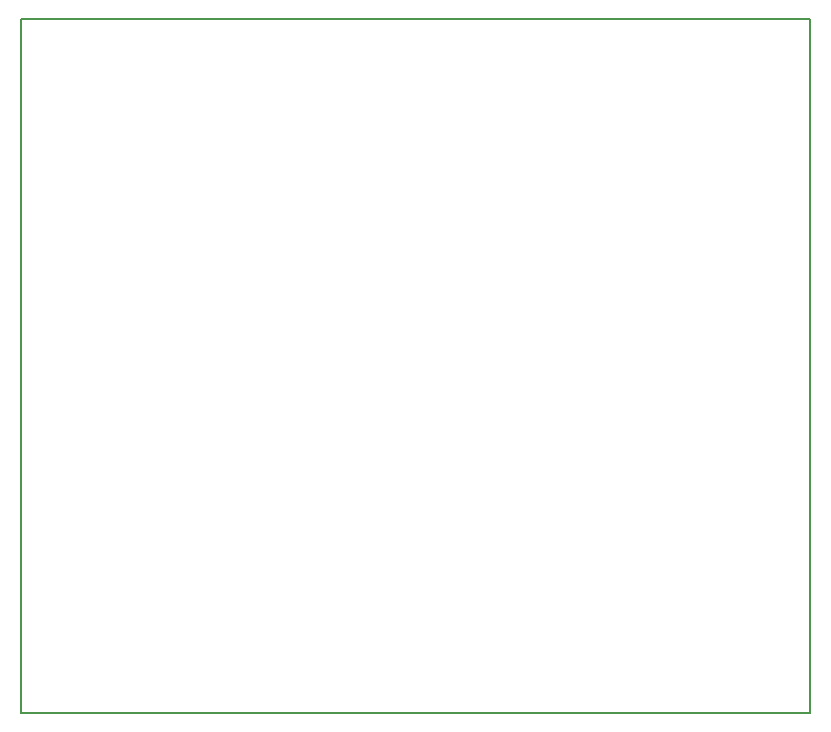
<source format=gm1>
G04 MADE WITH FRITZING*
G04 WWW.FRITZING.ORG*
G04 DOUBLE SIDED*
G04 HOLES PLATED*
G04 CONTOUR ON CENTER OF CONTOUR VECTOR*
%ASAXBY*%
%FSLAX23Y23*%
%MOIN*%
%OFA0B0*%
%SFA1.0B1.0*%
%ADD10R,2.637800X2.322830*%
%ADD11C,0.008000*%
%ADD10C,0.008*%
%LNCONTOUR*%
G90*
G70*
G54D10*
G54D11*
X4Y2319D02*
X2634Y2319D01*
X2634Y4D01*
X4Y4D01*
X4Y2319D01*
D02*
G04 End of contour*
M02*
</source>
